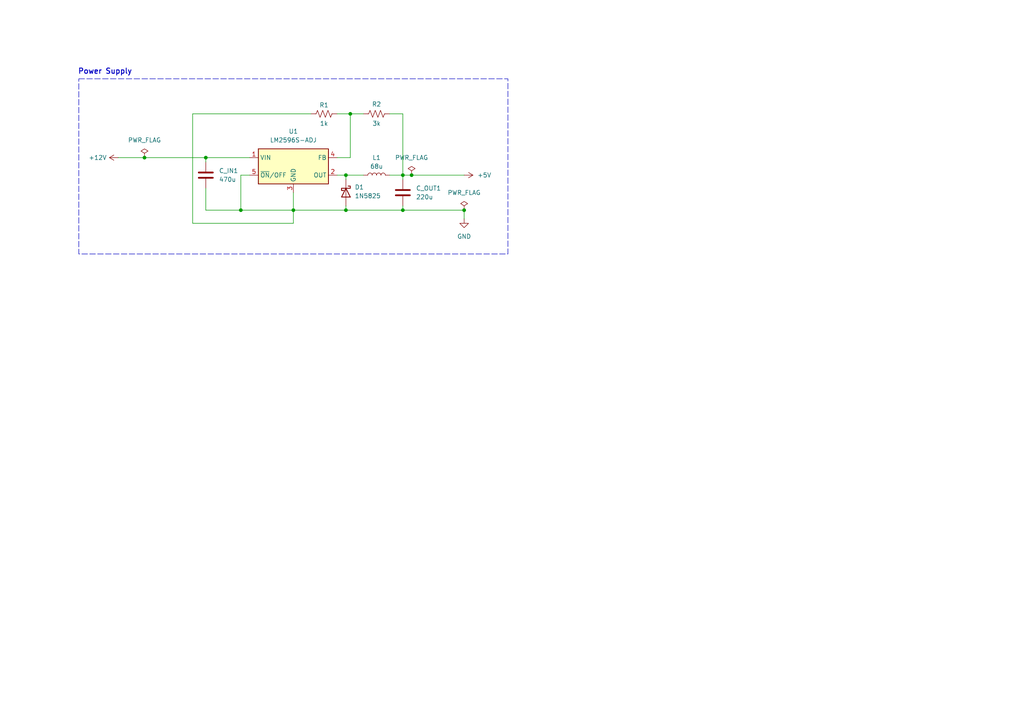
<source format=kicad_sch>
(kicad_sch (version 20250114) (generator "eeschema") (generator_version "9.0")
  (paper "A4")
  (title_block (title "Vehicle Electrical Schematic") (date "2025-09-14") (rev "1") (company "TuksBaja"))
  (lib_symbols
    (symbol "Device:C" (pin_numbers (hide yes)) (pin_names (offset 0.254))
      (property "Reference" "C" (at 0.635 2.54 0))
      (property "Value" "C" (at 0.635 -2.54 0))
      (symbol "C_0_1"
        (polyline (pts (xy -2.032 0.762) (xy 2.032 0.762)) (stroke (width 0.508)))
        (polyline (pts (xy -2.032 -0.762) (xy 2.032 -0.762)) (stroke (width 0.508)))
      )
      (symbol "C_1_1"
        (pin passive line (at 0 3.81 270) (length 2.794) (name "~") (number "1"))
        (pin passive line (at 0 -3.81 90) (length 2.794) (name "~") (number "2"))
      )
    )
    (symbol "Device:D_Schottky" (pin_numbers (hide yes)) (pin_names (offset 1.016) (hide yes))
      (property "Reference" "D" (at 0 2.54 0))
      (property "Value" "D_Schottky" (at 0 -2.54 0))
      (symbol "D_Schottky_0_1"
        (polyline (pts (xy -1.905 0.635) (xy -1.905 1.27) (xy -1.27 1.27) (xy -1.27 -1.27) (xy -0.635 -1.27) (xy -0.635 -0.635)) (stroke (width 0.254)))
        (polyline (pts (xy 1.27 1.27) (xy 1.27 -1.27) (xy -1.27 0) (xy 1.27 1.27)) (stroke (width 0.254)))
        (polyline (pts (xy 1.27 0) (xy -1.27 0)))
      )
      (symbol "D_Schottky_1_1"
        (pin passive line (at -3.81 0 0) (length 2.54) (name "K") (number "1"))
        (pin passive line (at 3.81 0 180) (length 2.54) (name "A") (number "2"))
      )
    )
    (symbol "Device:L" (pin_numbers (hide yes)) (pin_names (offset 1.016) (hide yes))
      (property "Reference" "L" (at -1.27 0 90))
      (property "Value" "L" (at 1.905 0 90))
      (symbol "L_0_1"
        (arc (start 0 2.54) (mid 0.6323 1.905) (end 0 1.27))
        (arc (start 0 1.27) (mid 0.6323 0.635) (end 0 0))
        (arc (start 0 0) (mid 0.6323 -0.635) (end 0 -1.27))
        (arc (start 0 -1.27) (mid 0.6323 -1.905) (end 0 -2.54))
      )
      (symbol "L_1_1"
        (pin passive line (at 0 3.81 270) (length 1.27) (name "1") (number "1"))
        (pin passive line (at 0 -3.81 90) (length 1.27) (name "2") (number "2"))
      )
    )
    (symbol "Device:R_US" (pin_numbers (hide yes)) (pin_names (offset 0))
      (property "Reference" "R" (at 2.54 0 90))
      (property "Value" "R_US" (at -2.54 0 90))
      (symbol "R_US_0_1"
        (polyline (pts (xy 0 2.286) (xy 0 2.54)))
        (polyline (pts (xy 0 2.286) (xy 1.016 1.905) (xy 0 1.524) (xy -1.016 1.143) (xy 0 0.762)))
        (polyline (pts (xy 0 0.762) (xy 1.016 0.381) (xy 0 0) (xy -1.016 -0.381) (xy 0 -0.762)))
        (polyline (pts (xy 0 -0.762) (xy 1.016 -1.143) (xy 0 -1.524) (xy -1.016 -1.905) (xy 0 -2.286)))
        (polyline (pts (xy 0 -2.286) (xy 0 -2.54)))
      )
      (symbol "R_US_1_1"
        (pin passive line (at 0 3.81 270) (length 1.27) (name "~") (number "1"))
        (pin passive line (at 0 -3.81 90) (length 1.27) (name "~") (number "2"))
      )
    )
    (symbol "Regulator_Switching:LM2596S-ADJ"
      (property "Reference" "U" (at -10.16 6.35 0))
      (property "Value" "LM2596S-ADJ" (at 0 6.35 0))
      (symbol "LM2596S-ADJ_0_1"
        (rectangle (start -10.16 5.08) (end 10.16 -5.08) (stroke (width 0.254)) (fill (type background)))
      )
      (symbol "LM2596S-ADJ_1_1"
        (pin power_in line (at -12.7 2.54 0) (length 2.54) (name "VIN") (number "1"))
        (pin input line (at -12.7 -2.54 0) (length 2.54) (name "~{ON}/OFF") (number "5"))
        (pin power_in line (at 0 -7.62 90) (length 2.54) (name "GND") (number "3"))
        (pin input line (at 12.7 2.54 180) (length 2.54) (name "FB") (number "4"))
        (pin output line (at 12.7 -2.54 180) (length 2.54) (name "OUT") (number "2"))
      )
    )
    (symbol "power:+12V" (power) (pin_numbers (hide yes)) (pin_names (offset 0) (hide yes))
      (property "Value" "+12V" (at 0 3.556 0))
      (symbol "+12V_0_1"
        (polyline (pts (xy -0.762 1.27) (xy 0 2.54)))
        (polyline (pts (xy 0 2.54) (xy 0.762 1.27)))
        (polyline (pts (xy 0 0) (xy 0 2.54)))
      )
      (symbol "+12V_1_1"
        (pin power_in line (at 0 0 90) (length 0) (name "~") (number "1"))
      )
    )
    (symbol "power:+7.5V" (power) (pin_numbers (hide yes)) (pin_names (offset 0) (hide yes))
      (property "Value" "+7.5V" (at 0 3.556 0))
      (symbol "+7.5V_0_1"
        (polyline (pts (xy -0.762 1.27) (xy 0 2.54)))
        (polyline (pts (xy 0 2.54) (xy 0.762 1.27)))
        (polyline (pts (xy 0 0) (xy 0 2.54)))
      )
      (symbol "+7.5V_1_1"
        (pin power_in line (at 0 0 90) (length 0) (name "~") (number "1"))
      )
    )
    (symbol "power:GND" (power) (pin_numbers (hide yes)) (pin_names (offset 0) (hide yes))
      (property "Value" "GND" (at 0 -3.81 0))
      (symbol "GND_0_1"
        (polyline (pts (xy 0 0) (xy 0 -1.27) (xy 1.27 -1.27) (xy 0 -2.54) (xy -1.27 -1.27) (xy 0 -1.27)))
      )
      (symbol "GND_1_1"
        (pin power_in line (at 0 0 270) (length 0) (name "~") (number "1"))
      )
    )
    (symbol "power:PWR_FLAG" (power) (pin_numbers (hide yes)) (pin_names (offset 0) (hide yes))
      (property "Value" "PWR_FLAG" (at 0 3.81 0))
      (symbol "PWR_FLAG_0_0"
        (pin power_out line (at 0 0 90) (length 0) (name "~") (number "1"))
      )
      (symbol "PWR_FLAG_0_1"
        (polyline (pts (xy 0 0) (xy 0 1.27) (xy -1.016 1.905) (xy 0 2.54) (xy 1.016 1.905) (xy 0 1.27)))
      )
    )
  )
  (rectangle (start 22.86 22.86) (end 147.32 73.66) (stroke (width 0) (type dash)))
  (text "Power Supply" (at 30.48 20.828 0) (effects (font (size 1.524 1.524) (thickness 0.254) (bold yes))))
  (junction (at 134.62 60.96))
  (junction (at 119.38 50.8))
  (junction (at 69.85 60.96))
  (junction (at 59.69 45.72))
  (junction (at 101.6 33.02))
  (junction (at 116.84 60.96))
  (junction (at 85.09 60.96))
  (junction (at 100.33 60.96))
  (junction (at 100.33 50.8))
  (junction (at 116.84 50.8))
  (junction (at 41.91 45.72))
  (wire (pts (xy 90.17 33.02) (xy 55.88 33.02)))
  (wire (pts (xy 59.69 45.72) (xy 59.69 46.99)))
  (wire (pts (xy 85.09 60.96) (xy 69.85 60.96)))
  (wire (pts (xy 101.6 33.02) (xy 105.41 33.02)))
  (wire (pts (xy 101.6 33.02) (xy 97.79 33.02)))
  (wire (pts (xy 116.84 50.8) (xy 116.84 52.07)))
  (wire (pts (xy 72.39 50.8) (xy 69.85 50.8)))
  (wire (pts (xy 100.33 50.8) (xy 105.41 50.8)))
  (wire (pts (xy 116.84 33.02) (xy 113.03 33.02)))
  (wire (pts (xy 72.39 45.72) (xy 59.69 45.72)))
  (wire (pts (xy 116.84 33.02) (xy 116.84 50.8)))
  (wire (pts (xy 116.84 60.96) (xy 100.33 60.96)))
  (wire (pts (xy 97.79 50.8) (xy 100.33 50.8)))
  (wire (pts (xy 116.84 59.69) (xy 116.84 60.96)))
  (wire (pts (xy 69.85 50.8) (xy 69.85 60.96)))
  (wire (pts (xy 85.09 55.88) (xy 85.09 60.96)))
  (wire (pts (xy 85.09 60.96) (xy 100.33 60.96)))
  (wire (pts (xy 134.62 60.96) (xy 134.62 63.5)))
  (wire (pts (xy 41.91 45.72) (xy 59.69 45.72)))
  (wire (pts (xy 116.84 60.96) (xy 134.62 60.96)))
  (wire (pts (xy 101.6 45.72) (xy 101.6 33.02)))
  (wire (pts (xy 113.03 50.8) (xy 116.84 50.8)))
  (wire (pts (xy 85.09 64.77) (xy 85.09 60.96)))
  (wire (pts (xy 34.29 45.72) (xy 41.91 45.72)))
  (wire (pts (xy 116.84 50.8) (xy 119.38 50.8)))
  (wire (pts (xy 59.69 60.96) (xy 59.69 54.61)))
  (wire (pts (xy 55.88 64.77) (xy 85.09 64.77)))
  (wire (pts (xy 97.79 45.72) (xy 101.6 45.72)))
  (wire (pts (xy 100.33 50.8) (xy 100.33 52.07)))
  (wire (pts (xy 119.38 50.8) (xy 134.62 50.8)))
  (wire (pts (xy 69.85 60.96) (xy 59.69 60.96)))
  (wire (pts (xy 100.33 60.96) (xy 100.33 59.69)))
  (wire (pts (xy 55.88 33.02) (xy 55.88 64.77)))
  (symbol (lib_id "power:PWR_FLAG") (at 119.38 50.8 0) (unit 1)
    (property "Reference" "#FLG01" (effects (hide yes)))
    (property "Value" "PWR_FLAG" (at 119.38 45.72 0))
    (property "Description" "Special symbol for telling ERC where power comes from" (effects (hide yes)))
  )
  (symbol (lib_id "Device:D_Schottky") (at 100.33 55.88 270) (unit 1)
    (property "Reference" "D1" (at 102.87 54.2924 90) (effects (justify left)))
    (property "Value" "1N5825" (at 102.87 56.8324 90) (effects (justify left)))
    (property "Description" "Schottky diode" (effects (hide yes)))
  )
  (symbol (lib_id "Regulator_Switching:LM2596S-ADJ") (at 85.09 48.26 0) (unit 1)
    (property "Reference" "U1" (at 85.09 38.1 0))
    (property "Value" "LM2596S-ADJ" (at 85.09 40.64 0))
    (property "Footprint" "Package_TO_SOT_SMD:TO-263-5_TabPin3" (effects (hide yes)))
    (property "Datasheet" "http://www.ti.com/lit/ds/symlink/lm2596.pdf" (effects (hide yes)))
    (property "Description" "Adjustable 3A Step-Down Voltage Regulator, TO-263" (effects (hide yes)))
    (property "Sim.Library" "C:\\Users\\User-PC\\Downloads\\snvma62\\LM2596_ADJ_TRANS.LIB" (effects (hide yes)))
    (property "Sim.Name" "LM2596_ADJ_TRANS" (effects (hide yes)))
    (property "Sim.Device" "SUBCKT" (effects (hide yes)))
    (property "Sim.Pins" "1=VIN 2=FB 3=OUT 4=GND 5=ON_OFF_N" (effects (hide yes)))
  )
  (symbol (lib_id "power:GND") (at 134.62 63.5 0) (unit 1)
    (property "Reference" "#PWR04" (effects (hide yes)))
    (property "Value" "GND" (at 134.62 68.58 0))
    (property "Description" "Power symbol creates a global label with name \"GND\" , ground" (effects (hide yes)))
  )
  (symbol (lib_id "power:PWR_FLAG") (at 134.62 60.96 0) (unit 1)
    (property "Reference" "#FLG03" (effects (hide yes)))
    (property "Value" "PWR_FLAG" (at 134.62 55.88 0))
    (property "Description" "Special symbol for telling ERC where power comes from" (effects (hide yes)))
  )
  (symbol (lib_id "power:+7.5V") (at 134.62 50.8 270) (unit 1)
    (property "Reference" "#PWR03" (effects (hide yes)))
    (property "Value" "+5V" (at 138.43 50.7999 90) (effects (justify left)))
    (property "Description" "Power symbol creates a global label with name \"+7.5V\"" (effects (hide yes)))
  )
  (symbol (lib_id "Device:C") (at 116.84 55.88 0) (unit 1)
    (property "Reference" "C_OUT1" (at 120.65 54.6099 0) (effects (justify left)))
    (property "Value" "220u" (at 120.65 57.1499 0) (effects (justify left)))
    (property "Description" "Unpolarized capacitor" (effects (hide yes)))
  )
  (symbol (lib_id "power:+12V") (at 34.29 45.72 90) (unit 1)
    (property "Reference" "#PWR02" (effects (hide yes)))
    (property "Value" "+12V" (at 30.988 45.72 90) (effects (justify left)))
    (property "Description" "Power symbol creates a global label with name \"+12V\"" (effects (hide yes)))
  )
  (symbol (lib_id "Device:C") (at 59.69 50.8 0) (unit 1)
    (property "Reference" "C_IN1" (at 63.5 49.5299 0) (effects (justify left)))
    (property "Value" "470u" (at 63.5 52.0699 0) (effects (justify left)))
    (property "Description" "Unpolarized capacitor" (effects (hide yes)))
  )
  (symbol (lib_id "power:PWR_FLAG") (at 41.91 45.72 0) (unit 1)
    (property "Reference" "#FLG02" (effects (hide yes)))
    (property "Value" "PWR_FLAG" (at 41.91 40.64 0))
    (property "Description" "Special symbol for telling ERC where power comes from" (effects (hide yes)))
  )
  (symbol (lib_id "Device:R_US") (at 109.22 33.02 90) (unit 1)
    (property "Reference" "R2" (at 109.22 30.226 90))
    (property "Value" "3k" (at 109.22 35.814 90))
    (property "Description" "Resistor, US symbol" (effects (hide yes)))
  )
  (symbol (lib_id "Device:R_US") (at 93.98 33.02 270) (unit 1)
    (property "Reference" "R1" (at 93.98 30.48 90))
    (property "Value" "1k" (at 93.98 35.814 90))
    (property "Description" "Resistor, US symbol" (effects (hide yes)))
    (property "Tolerance" "1%" (effects (hide yes)))
  )
  (symbol (lib_id "Device:L") (at 109.22 50.8 90) (unit 1)
    (property "Reference" "L1" (at 109.22 45.72 90))
    (property "Value" "68u" (at 109.22 48.26 90))
    (property "Description" "Inductor" (effects (hide yes)))
  )
)
</source>
